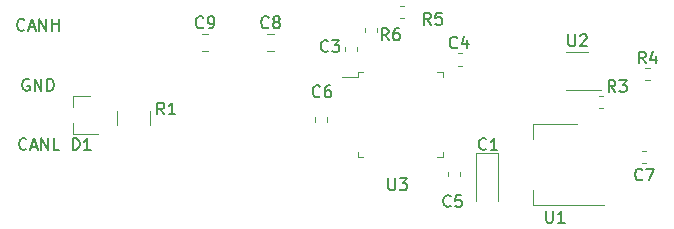
<source format=gbr>
G04 #@! TF.GenerationSoftware,KiCad,Pcbnew,6.0.5*
G04 #@! TF.CreationDate,2022-10-28T16:57:35+03:00*
G04 #@! TF.ProjectId,stm32,73746d33-322e-46b6-9963-61645f706362,rev?*
G04 #@! TF.SameCoordinates,Original*
G04 #@! TF.FileFunction,Legend,Top*
G04 #@! TF.FilePolarity,Positive*
%FSLAX46Y46*%
G04 Gerber Fmt 4.6, Leading zero omitted, Abs format (unit mm)*
G04 Created by KiCad (PCBNEW 6.0.5) date 2022-10-28 16:57:35*
%MOMM*%
%LPD*%
G01*
G04 APERTURE LIST*
%ADD10C,0.150000*%
%ADD11C,0.120000*%
G04 APERTURE END LIST*
D10*
X65989295Y-59647200D02*
X65894057Y-59599580D01*
X65751200Y-59599580D01*
X65608342Y-59647200D01*
X65513104Y-59742438D01*
X65465485Y-59837676D01*
X65417866Y-60028152D01*
X65417866Y-60171009D01*
X65465485Y-60361485D01*
X65513104Y-60456723D01*
X65608342Y-60551961D01*
X65751200Y-60599580D01*
X65846438Y-60599580D01*
X65989295Y-60551961D01*
X66036914Y-60504342D01*
X66036914Y-60171009D01*
X65846438Y-60171009D01*
X66465485Y-60599580D02*
X66465485Y-59599580D01*
X67036914Y-60599580D01*
X67036914Y-59599580D01*
X67513104Y-60599580D02*
X67513104Y-59599580D01*
X67751200Y-59599580D01*
X67894057Y-59647200D01*
X67989295Y-59742438D01*
X68036914Y-59837676D01*
X68084533Y-60028152D01*
X68084533Y-60171009D01*
X68036914Y-60361485D01*
X67989295Y-60456723D01*
X67894057Y-60551961D01*
X67751200Y-60599580D01*
X67513104Y-60599580D01*
X65584533Y-55424342D02*
X65536914Y-55471961D01*
X65394057Y-55519580D01*
X65298819Y-55519580D01*
X65155961Y-55471961D01*
X65060723Y-55376723D01*
X65013104Y-55281485D01*
X64965485Y-55091009D01*
X64965485Y-54948152D01*
X65013104Y-54757676D01*
X65060723Y-54662438D01*
X65155961Y-54567200D01*
X65298819Y-54519580D01*
X65394057Y-54519580D01*
X65536914Y-54567200D01*
X65584533Y-54614819D01*
X65965485Y-55233866D02*
X66441676Y-55233866D01*
X65870247Y-55519580D02*
X66203580Y-54519580D01*
X66536914Y-55519580D01*
X66870247Y-55519580D02*
X66870247Y-54519580D01*
X67441676Y-55519580D01*
X67441676Y-54519580D01*
X67917866Y-55519580D02*
X67917866Y-54519580D01*
X67917866Y-54995771D02*
X68489295Y-54995771D01*
X68489295Y-55519580D02*
X68489295Y-54519580D01*
X65754380Y-65533542D02*
X65706761Y-65581161D01*
X65563904Y-65628780D01*
X65468666Y-65628780D01*
X65325809Y-65581161D01*
X65230571Y-65485923D01*
X65182952Y-65390685D01*
X65135333Y-65200209D01*
X65135333Y-65057352D01*
X65182952Y-64866876D01*
X65230571Y-64771638D01*
X65325809Y-64676400D01*
X65468666Y-64628780D01*
X65563904Y-64628780D01*
X65706761Y-64676400D01*
X65754380Y-64724019D01*
X66135333Y-65343066D02*
X66611523Y-65343066D01*
X66040095Y-65628780D02*
X66373428Y-64628780D01*
X66706761Y-65628780D01*
X67040095Y-65628780D02*
X67040095Y-64628780D01*
X67611523Y-65628780D01*
X67611523Y-64628780D01*
X68563904Y-65628780D02*
X68087714Y-65628780D01*
X68087714Y-64628780D01*
X104684533Y-65533542D02*
X104636914Y-65581161D01*
X104494057Y-65628780D01*
X104398819Y-65628780D01*
X104255961Y-65581161D01*
X104160723Y-65485923D01*
X104113104Y-65390685D01*
X104065485Y-65200209D01*
X104065485Y-65057352D01*
X104113104Y-64866876D01*
X104160723Y-64771638D01*
X104255961Y-64676400D01*
X104398819Y-64628780D01*
X104494057Y-64628780D01*
X104636914Y-64676400D01*
X104684533Y-64724019D01*
X105636914Y-65628780D02*
X105065485Y-65628780D01*
X105351200Y-65628780D02*
X105351200Y-64628780D01*
X105255961Y-64771638D01*
X105160723Y-64866876D01*
X105065485Y-64914495D01*
X91298733Y-57227742D02*
X91251114Y-57275361D01*
X91108257Y-57322980D01*
X91013019Y-57322980D01*
X90870161Y-57275361D01*
X90774923Y-57180123D01*
X90727304Y-57084885D01*
X90679685Y-56894409D01*
X90679685Y-56751552D01*
X90727304Y-56561076D01*
X90774923Y-56465838D01*
X90870161Y-56370600D01*
X91013019Y-56322980D01*
X91108257Y-56322980D01*
X91251114Y-56370600D01*
X91298733Y-56418219D01*
X91632066Y-56322980D02*
X92251114Y-56322980D01*
X91917780Y-56703933D01*
X92060638Y-56703933D01*
X92155876Y-56751552D01*
X92203495Y-56799171D01*
X92251114Y-56894409D01*
X92251114Y-57132504D01*
X92203495Y-57227742D01*
X92155876Y-57275361D01*
X92060638Y-57322980D01*
X91774923Y-57322980D01*
X91679685Y-57275361D01*
X91632066Y-57227742D01*
X102230833Y-56922942D02*
X102183214Y-56970561D01*
X102040357Y-57018180D01*
X101945119Y-57018180D01*
X101802261Y-56970561D01*
X101707023Y-56875323D01*
X101659404Y-56780085D01*
X101611785Y-56589609D01*
X101611785Y-56446752D01*
X101659404Y-56256276D01*
X101707023Y-56161038D01*
X101802261Y-56065800D01*
X101945119Y-56018180D01*
X102040357Y-56018180D01*
X102183214Y-56065800D01*
X102230833Y-56113419D01*
X103087976Y-56351514D02*
X103087976Y-57018180D01*
X102849880Y-55970561D02*
X102611785Y-56684847D01*
X103230833Y-56684847D01*
X101687333Y-70359542D02*
X101639714Y-70407161D01*
X101496857Y-70454780D01*
X101401619Y-70454780D01*
X101258761Y-70407161D01*
X101163523Y-70311923D01*
X101115904Y-70216685D01*
X101068285Y-70026209D01*
X101068285Y-69883352D01*
X101115904Y-69692876D01*
X101163523Y-69597638D01*
X101258761Y-69502400D01*
X101401619Y-69454780D01*
X101496857Y-69454780D01*
X101639714Y-69502400D01*
X101687333Y-69550019D01*
X102592095Y-69454780D02*
X102115904Y-69454780D01*
X102068285Y-69930971D01*
X102115904Y-69883352D01*
X102211142Y-69835733D01*
X102449238Y-69835733D01*
X102544476Y-69883352D01*
X102592095Y-69930971D01*
X102639714Y-70026209D01*
X102639714Y-70264304D01*
X102592095Y-70359542D01*
X102544476Y-70407161D01*
X102449238Y-70454780D01*
X102211142Y-70454780D01*
X102115904Y-70407161D01*
X102068285Y-70359542D01*
X90625633Y-61064442D02*
X90578014Y-61112061D01*
X90435157Y-61159680D01*
X90339919Y-61159680D01*
X90197061Y-61112061D01*
X90101823Y-61016823D01*
X90054204Y-60921585D01*
X90006585Y-60731109D01*
X90006585Y-60588252D01*
X90054204Y-60397776D01*
X90101823Y-60302538D01*
X90197061Y-60207300D01*
X90339919Y-60159680D01*
X90435157Y-60159680D01*
X90578014Y-60207300D01*
X90625633Y-60254919D01*
X91482776Y-60159680D02*
X91292300Y-60159680D01*
X91197061Y-60207300D01*
X91149442Y-60254919D01*
X91054204Y-60397776D01*
X91006585Y-60588252D01*
X91006585Y-60969204D01*
X91054204Y-61064442D01*
X91101823Y-61112061D01*
X91197061Y-61159680D01*
X91387538Y-61159680D01*
X91482776Y-61112061D01*
X91530395Y-61064442D01*
X91578014Y-60969204D01*
X91578014Y-60731109D01*
X91530395Y-60635871D01*
X91482776Y-60588252D01*
X91387538Y-60540633D01*
X91197061Y-60540633D01*
X91101823Y-60588252D01*
X91054204Y-60635871D01*
X91006585Y-60731109D01*
X69699404Y-65624380D02*
X69699404Y-64624380D01*
X69937500Y-64624380D01*
X70080357Y-64672000D01*
X70175595Y-64767238D01*
X70223214Y-64862476D01*
X70270833Y-65052952D01*
X70270833Y-65195809D01*
X70223214Y-65386285D01*
X70175595Y-65481523D01*
X70080357Y-65576761D01*
X69937500Y-65624380D01*
X69699404Y-65624380D01*
X71223214Y-65624380D02*
X70651785Y-65624380D01*
X70937500Y-65624380D02*
X70937500Y-64624380D01*
X70842261Y-64767238D01*
X70747023Y-64862476D01*
X70651785Y-64910095D01*
X115631933Y-60701180D02*
X115298600Y-60224990D01*
X115060504Y-60701180D02*
X115060504Y-59701180D01*
X115441457Y-59701180D01*
X115536695Y-59748800D01*
X115584314Y-59796419D01*
X115631933Y-59891657D01*
X115631933Y-60034514D01*
X115584314Y-60129752D01*
X115536695Y-60177371D01*
X115441457Y-60224990D01*
X115060504Y-60224990D01*
X115965266Y-59701180D02*
X116584314Y-59701180D01*
X116250980Y-60082133D01*
X116393838Y-60082133D01*
X116489076Y-60129752D01*
X116536695Y-60177371D01*
X116584314Y-60272609D01*
X116584314Y-60510704D01*
X116536695Y-60605942D01*
X116489076Y-60653561D01*
X116393838Y-60701180D01*
X116108123Y-60701180D01*
X116012885Y-60653561D01*
X115965266Y-60605942D01*
X118185933Y-58300880D02*
X117852600Y-57824690D01*
X117614504Y-58300880D02*
X117614504Y-57300880D01*
X117995457Y-57300880D01*
X118090695Y-57348500D01*
X118138314Y-57396119D01*
X118185933Y-57491357D01*
X118185933Y-57634214D01*
X118138314Y-57729452D01*
X118090695Y-57777071D01*
X117995457Y-57824690D01*
X117614504Y-57824690D01*
X119043076Y-57634214D02*
X119043076Y-58300880D01*
X118804980Y-57253261D02*
X118566885Y-57967547D01*
X119185933Y-57967547D01*
X100010933Y-55011580D02*
X99677600Y-54535390D01*
X99439504Y-55011580D02*
X99439504Y-54011580D01*
X99820457Y-54011580D01*
X99915695Y-54059200D01*
X99963314Y-54106819D01*
X100010933Y-54202057D01*
X100010933Y-54344914D01*
X99963314Y-54440152D01*
X99915695Y-54487771D01*
X99820457Y-54535390D01*
X99439504Y-54535390D01*
X100915695Y-54011580D02*
X100439504Y-54011580D01*
X100391885Y-54487771D01*
X100439504Y-54440152D01*
X100534742Y-54392533D01*
X100772838Y-54392533D01*
X100868076Y-54440152D01*
X100915695Y-54487771D01*
X100963314Y-54583009D01*
X100963314Y-54821104D01*
X100915695Y-54916342D01*
X100868076Y-54963961D01*
X100772838Y-55011580D01*
X100534742Y-55011580D01*
X100439504Y-54963961D01*
X100391885Y-54916342D01*
X96429533Y-56332380D02*
X96096200Y-55856190D01*
X95858104Y-56332380D02*
X95858104Y-55332380D01*
X96239057Y-55332380D01*
X96334295Y-55380000D01*
X96381914Y-55427619D01*
X96429533Y-55522857D01*
X96429533Y-55665714D01*
X96381914Y-55760952D01*
X96334295Y-55808571D01*
X96239057Y-55856190D01*
X95858104Y-55856190D01*
X97286676Y-55332380D02*
X97096200Y-55332380D01*
X97000961Y-55380000D01*
X96953342Y-55427619D01*
X96858104Y-55570476D01*
X96810485Y-55760952D01*
X96810485Y-56141904D01*
X96858104Y-56237142D01*
X96905723Y-56284761D01*
X97000961Y-56332380D01*
X97191438Y-56332380D01*
X97286676Y-56284761D01*
X97334295Y-56237142D01*
X97381914Y-56141904D01*
X97381914Y-55903809D01*
X97334295Y-55808571D01*
X97286676Y-55760952D01*
X97191438Y-55713333D01*
X97000961Y-55713333D01*
X96905723Y-55760952D01*
X96858104Y-55808571D01*
X96810485Y-55903809D01*
X96418495Y-68032380D02*
X96418495Y-68841904D01*
X96466114Y-68937142D01*
X96513733Y-68984761D01*
X96608971Y-69032380D01*
X96799447Y-69032380D01*
X96894685Y-68984761D01*
X96942304Y-68937142D01*
X96989923Y-68841904D01*
X96989923Y-68032380D01*
X97370876Y-68032380D02*
X97989923Y-68032380D01*
X97656590Y-68413333D01*
X97799447Y-68413333D01*
X97894685Y-68460952D01*
X97942304Y-68508571D01*
X97989923Y-68603809D01*
X97989923Y-68841904D01*
X97942304Y-68937142D01*
X97894685Y-68984761D01*
X97799447Y-69032380D01*
X97513733Y-69032380D01*
X97418495Y-68984761D01*
X97370876Y-68937142D01*
X117917933Y-68098942D02*
X117870314Y-68146561D01*
X117727457Y-68194180D01*
X117632219Y-68194180D01*
X117489361Y-68146561D01*
X117394123Y-68051323D01*
X117346504Y-67956085D01*
X117298885Y-67765609D01*
X117298885Y-67622752D01*
X117346504Y-67432276D01*
X117394123Y-67337038D01*
X117489361Y-67241800D01*
X117632219Y-67194180D01*
X117727457Y-67194180D01*
X117870314Y-67241800D01*
X117917933Y-67289419D01*
X118251266Y-67194180D02*
X118917933Y-67194180D01*
X118489361Y-68194180D01*
X86265833Y-55222142D02*
X86218214Y-55269761D01*
X86075357Y-55317380D01*
X85980119Y-55317380D01*
X85837261Y-55269761D01*
X85742023Y-55174523D01*
X85694404Y-55079285D01*
X85646785Y-54888809D01*
X85646785Y-54745952D01*
X85694404Y-54555476D01*
X85742023Y-54460238D01*
X85837261Y-54365000D01*
X85980119Y-54317380D01*
X86075357Y-54317380D01*
X86218214Y-54365000D01*
X86265833Y-54412619D01*
X86837261Y-54745952D02*
X86742023Y-54698333D01*
X86694404Y-54650714D01*
X86646785Y-54555476D01*
X86646785Y-54507857D01*
X86694404Y-54412619D01*
X86742023Y-54365000D01*
X86837261Y-54317380D01*
X87027738Y-54317380D01*
X87122976Y-54365000D01*
X87170595Y-54412619D01*
X87218214Y-54507857D01*
X87218214Y-54555476D01*
X87170595Y-54650714D01*
X87122976Y-54698333D01*
X87027738Y-54745952D01*
X86837261Y-54745952D01*
X86742023Y-54793571D01*
X86694404Y-54841190D01*
X86646785Y-54936428D01*
X86646785Y-55126904D01*
X86694404Y-55222142D01*
X86742023Y-55269761D01*
X86837261Y-55317380D01*
X87027738Y-55317380D01*
X87122976Y-55269761D01*
X87170595Y-55222142D01*
X87218214Y-55126904D01*
X87218214Y-54936428D01*
X87170595Y-54841190D01*
X87122976Y-54793571D01*
X87027738Y-54745952D01*
X80723333Y-55222142D02*
X80675714Y-55269761D01*
X80532857Y-55317380D01*
X80437619Y-55317380D01*
X80294761Y-55269761D01*
X80199523Y-55174523D01*
X80151904Y-55079285D01*
X80104285Y-54888809D01*
X80104285Y-54745952D01*
X80151904Y-54555476D01*
X80199523Y-54460238D01*
X80294761Y-54365000D01*
X80437619Y-54317380D01*
X80532857Y-54317380D01*
X80675714Y-54365000D01*
X80723333Y-54412619D01*
X81199523Y-55317380D02*
X81390000Y-55317380D01*
X81485238Y-55269761D01*
X81532857Y-55222142D01*
X81628095Y-55079285D01*
X81675714Y-54888809D01*
X81675714Y-54507857D01*
X81628095Y-54412619D01*
X81580476Y-54365000D01*
X81485238Y-54317380D01*
X81294761Y-54317380D01*
X81199523Y-54365000D01*
X81151904Y-54412619D01*
X81104285Y-54507857D01*
X81104285Y-54745952D01*
X81151904Y-54841190D01*
X81199523Y-54888809D01*
X81294761Y-54936428D01*
X81485238Y-54936428D01*
X81580476Y-54888809D01*
X81628095Y-54841190D01*
X81675714Y-54745952D01*
X77430333Y-62606180D02*
X77097000Y-62129990D01*
X76858904Y-62606180D02*
X76858904Y-61606180D01*
X77239857Y-61606180D01*
X77335095Y-61653800D01*
X77382714Y-61701419D01*
X77430333Y-61796657D01*
X77430333Y-61939514D01*
X77382714Y-62034752D01*
X77335095Y-62082371D01*
X77239857Y-62129990D01*
X76858904Y-62129990D01*
X78382714Y-62606180D02*
X77811285Y-62606180D01*
X78097000Y-62606180D02*
X78097000Y-61606180D01*
X78001761Y-61749038D01*
X77906523Y-61844276D01*
X77811285Y-61891895D01*
X109778895Y-70775580D02*
X109778895Y-71585104D01*
X109826514Y-71680342D01*
X109874133Y-71727961D01*
X109969371Y-71775580D01*
X110159847Y-71775580D01*
X110255085Y-71727961D01*
X110302704Y-71680342D01*
X110350323Y-71585104D01*
X110350323Y-70775580D01*
X111350323Y-71775580D02*
X110778895Y-71775580D01*
X111064609Y-71775580D02*
X111064609Y-70775580D01*
X110969371Y-70918438D01*
X110874133Y-71013676D01*
X110778895Y-71061295D01*
X111658495Y-55840380D02*
X111658495Y-56649904D01*
X111706114Y-56745142D01*
X111753733Y-56792761D01*
X111848971Y-56840380D01*
X112039447Y-56840380D01*
X112134685Y-56792761D01*
X112182304Y-56745142D01*
X112229923Y-56649904D01*
X112229923Y-55840380D01*
X112658495Y-55935619D02*
X112706114Y-55888000D01*
X112801352Y-55840380D01*
X113039447Y-55840380D01*
X113134685Y-55888000D01*
X113182304Y-55935619D01*
X113229923Y-56030857D01*
X113229923Y-56126095D01*
X113182304Y-56268952D01*
X112610876Y-56840380D01*
X113229923Y-56840380D01*
D11*
X105735400Y-65856100D02*
X103865400Y-65856100D01*
X103865400Y-65856100D02*
X103865400Y-69941100D01*
X105735400Y-69941100D02*
X105735400Y-65856100D01*
X92758800Y-56916533D02*
X92758800Y-57259067D01*
X93778800Y-56916533D02*
X93778800Y-57259067D01*
X102646267Y-58472800D02*
X102303733Y-58472800D01*
X102646267Y-57452800D02*
X102303733Y-57452800D01*
X101445600Y-67797467D02*
X101445600Y-67454933D01*
X102465600Y-67797467D02*
X102465600Y-67454933D01*
X90218800Y-62871533D02*
X90218800Y-63214067D01*
X91238800Y-62871533D02*
X91238800Y-63214067D01*
X69677500Y-61092000D02*
X69677500Y-62022000D01*
X69677500Y-61092000D02*
X71137500Y-61092000D01*
X69677500Y-64252000D02*
X71837500Y-64252000D01*
X69677500Y-64252000D02*
X69677500Y-63322000D01*
X114572867Y-62079600D02*
X114230333Y-62079600D01*
X114572867Y-61059600D02*
X114230333Y-61059600D01*
X118523867Y-58672000D02*
X118181333Y-58672000D01*
X118523867Y-59692000D02*
X118181333Y-59692000D01*
X97707267Y-53414200D02*
X97364733Y-53414200D01*
X97707267Y-54434200D02*
X97364733Y-54434200D01*
X94435200Y-55656267D02*
X94435200Y-55313733D01*
X95455200Y-55656267D02*
X95455200Y-55313733D01*
X94249000Y-59001000D02*
X93799000Y-59001000D01*
X101019000Y-59001000D02*
X101019000Y-59451000D01*
X93799000Y-59001000D02*
X93799000Y-59451000D01*
X101019000Y-66221000D02*
X101019000Y-65771000D01*
X94249000Y-66221000D02*
X93799000Y-66221000D01*
X100569000Y-66221000D02*
X101019000Y-66221000D01*
X100569000Y-59001000D02*
X101019000Y-59001000D01*
X93799000Y-59451000D02*
X92509000Y-59451000D01*
X93799000Y-66221000D02*
X93799000Y-65771000D01*
X117899333Y-65733200D02*
X118241867Y-65733200D01*
X117899333Y-66753200D02*
X118241867Y-66753200D01*
X86171248Y-57225000D02*
X86693752Y-57225000D01*
X86171248Y-55805000D02*
X86693752Y-55805000D01*
X80628748Y-55805000D02*
X81151252Y-55805000D01*
X80628748Y-57225000D02*
X81151252Y-57225000D01*
X73468400Y-62302636D02*
X73468400Y-63506764D01*
X76188400Y-62302636D02*
X76188400Y-63506764D01*
X112390400Y-63456800D02*
X108630400Y-63456800D01*
X114640400Y-70276800D02*
X108630400Y-70276800D01*
X108630400Y-63456800D02*
X108630400Y-64716800D01*
X108630400Y-70276800D02*
X108630400Y-69016800D01*
X111491200Y-60538000D02*
X114441200Y-60538000D01*
X113291200Y-57318000D02*
X111491200Y-57318000D01*
M02*

</source>
